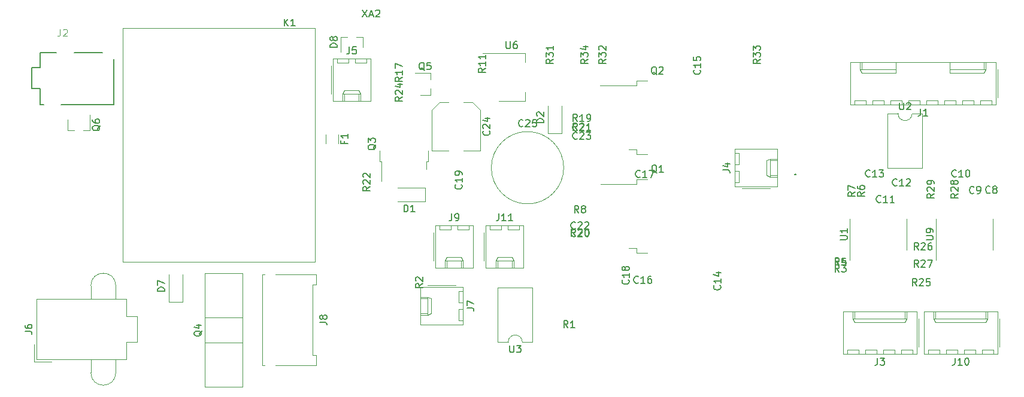
<source format=gbr>
G04 #@! TF.GenerationSoftware,KiCad,Pcbnew,(5.1.10)-1*
G04 #@! TF.CreationDate,2021-06-08T20:52:12+03:00*
G04 #@! TF.ProjectId,ScienceBoard-1,53636965-6e63-4654-926f-6172642d312e,rev?*
G04 #@! TF.SameCoordinates,Original*
G04 #@! TF.FileFunction,Legend,Top*
G04 #@! TF.FilePolarity,Positive*
%FSLAX46Y46*%
G04 Gerber Fmt 4.6, Leading zero omitted, Abs format (unit mm)*
G04 Created by KiCad (PCBNEW (5.1.10)-1) date 2021-06-08 20:52:12*
%MOMM*%
%LPD*%
G01*
G04 APERTURE LIST*
%ADD10C,0.120000*%
%ADD11C,0.127000*%
%ADD12C,0.150000*%
%ADD13C,0.015000*%
G04 APERTURE END LIST*
D10*
X117566000Y-45998000D02*
X123576000Y-45998000D01*
X119816000Y-52818000D02*
X123576000Y-52818000D01*
X123576000Y-45998000D02*
X123576000Y-47258000D01*
X123576000Y-52818000D02*
X123576000Y-51558000D01*
D11*
X54998000Y-45930000D02*
X54998000Y-48030000D01*
X57298000Y-45930000D02*
X54998000Y-45930000D01*
X63798000Y-45930000D02*
X59798000Y-45930000D01*
X65398000Y-53330000D02*
X65398000Y-46830000D01*
X57998000Y-53330000D02*
X65398000Y-53330000D01*
X54998000Y-53330000D02*
X55498000Y-53330000D01*
X54998000Y-51030000D02*
X54998000Y-53330000D01*
X53798000Y-51030000D02*
X54998000Y-51030000D01*
X53798000Y-48030000D02*
X53798000Y-51030000D01*
X54998000Y-48030000D02*
X53798000Y-48030000D01*
D10*
X58872000Y-56894000D02*
X58872000Y-55434000D01*
X62032000Y-56894000D02*
X62032000Y-54734000D01*
X62032000Y-56894000D02*
X61102000Y-56894000D01*
X58872000Y-56894000D02*
X59802000Y-56894000D01*
X94020000Y-90207000D02*
X88260000Y-90207000D01*
X94020000Y-88787000D02*
X94020000Y-90207000D01*
X93520000Y-88787000D02*
X94020000Y-88787000D01*
X93520000Y-78757000D02*
X93520000Y-88787000D01*
X94020000Y-78757000D02*
X93520000Y-78757000D01*
X94020000Y-77337000D02*
X94020000Y-78757000D01*
X88260000Y-77337000D02*
X94020000Y-77337000D01*
X86430000Y-90207000D02*
X86740000Y-90207000D01*
X86430000Y-77337000D02*
X86430000Y-90207000D01*
X86740000Y-77337000D02*
X86430000Y-77337000D01*
X54192000Y-89675000D02*
X54192000Y-87265000D01*
X56602000Y-89675000D02*
X54192000Y-89675000D01*
X68742000Y-83280000D02*
X68742000Y-85090000D01*
X67192000Y-83280000D02*
X68742000Y-83280000D01*
X67192000Y-80805000D02*
X67192000Y-83280000D01*
X54492000Y-80805000D02*
X67192000Y-80805000D01*
X54492000Y-85090000D02*
X54492000Y-80805000D01*
X68742000Y-86900000D02*
X68742000Y-85090000D01*
X67192000Y-86900000D02*
X68742000Y-86900000D01*
X67192000Y-89375000D02*
X67192000Y-86900000D01*
X54492000Y-89375000D02*
X67192000Y-89375000D01*
X54492000Y-85090000D02*
X54492000Y-89375000D01*
X65697000Y-78920000D02*
X65697000Y-80805000D01*
X62177000Y-78920000D02*
X62177000Y-80805000D01*
X65697000Y-91260000D02*
X65697000Y-89375000D01*
X62177000Y-91260000D02*
X62177000Y-89375000D01*
X65697000Y-78920000D02*
G75*
G03*
X62177000Y-78920000I-1760000J0D01*
G01*
X62177000Y-91260000D02*
G75*
G03*
X65697000Y-91260000I1760000J0D01*
G01*
X119724000Y-86928000D02*
X121174000Y-86928000D01*
X119724000Y-79188000D02*
X119724000Y-86928000D01*
X124624000Y-79188000D02*
X119724000Y-79188000D01*
X124624000Y-86928000D02*
X124624000Y-79188000D01*
X123174000Y-86928000D02*
X124624000Y-86928000D01*
X121174000Y-86928000D02*
G75*
G02*
X123174000Y-86928000I1000000J0D01*
G01*
X179742000Y-54550000D02*
X178292000Y-54550000D01*
X179742000Y-62290000D02*
X179742000Y-54550000D01*
X174842000Y-62290000D02*
X179742000Y-62290000D01*
X174842000Y-54550000D02*
X174842000Y-62290000D01*
X176292000Y-54550000D02*
X174842000Y-54550000D01*
X178292000Y-54550000D02*
G75*
G02*
X176292000Y-54550000I-1000000J0D01*
G01*
X122738000Y-70976000D02*
X122738000Y-70376000D01*
X121138000Y-70976000D02*
X122738000Y-70976000D01*
X121138000Y-70376000D02*
X121138000Y-70976000D01*
X120198000Y-70976000D02*
X120198000Y-70376000D01*
X118598000Y-70976000D02*
X120198000Y-70976000D01*
X118598000Y-70376000D02*
X118598000Y-70976000D01*
X121688000Y-76396000D02*
X121688000Y-75396000D01*
X119648000Y-76396000D02*
X119648000Y-75396000D01*
X121688000Y-74866000D02*
X121938000Y-75396000D01*
X119648000Y-74866000D02*
X121688000Y-74866000D01*
X119398000Y-75396000D02*
X119648000Y-74866000D01*
X121938000Y-75396000D02*
X121938000Y-76396000D01*
X119398000Y-75396000D02*
X121938000Y-75396000D01*
X119398000Y-76396000D02*
X119398000Y-75396000D01*
X117728000Y-71406000D02*
X117728000Y-75406000D01*
X123318000Y-70376000D02*
X118018000Y-70376000D01*
X123318000Y-76396000D02*
X123318000Y-70376000D01*
X118018000Y-76396000D02*
X123318000Y-76396000D01*
X118018000Y-70376000D02*
X118018000Y-76396000D01*
X115608000Y-70976000D02*
X115608000Y-70376000D01*
X114008000Y-70976000D02*
X115608000Y-70976000D01*
X114008000Y-70376000D02*
X114008000Y-70976000D01*
X113068000Y-70976000D02*
X113068000Y-70376000D01*
X111468000Y-70976000D02*
X113068000Y-70976000D01*
X111468000Y-70376000D02*
X111468000Y-70976000D01*
X114558000Y-76396000D02*
X114558000Y-75396000D01*
X112518000Y-76396000D02*
X112518000Y-75396000D01*
X114558000Y-74866000D02*
X114808000Y-75396000D01*
X112518000Y-74866000D02*
X114558000Y-74866000D01*
X112268000Y-75396000D02*
X112518000Y-74866000D01*
X114808000Y-75396000D02*
X114808000Y-76396000D01*
X112268000Y-75396000D02*
X114808000Y-75396000D01*
X112268000Y-76396000D02*
X112268000Y-75396000D01*
X110598000Y-71406000D02*
X110598000Y-75406000D01*
X116188000Y-70376000D02*
X110888000Y-70376000D01*
X116188000Y-76396000D02*
X116188000Y-70376000D01*
X110888000Y-76396000D02*
X116188000Y-76396000D01*
X110888000Y-70376000D02*
X110888000Y-76396000D01*
X110200000Y-51960000D02*
X108740000Y-51960000D01*
X110200000Y-48800000D02*
X108040000Y-48800000D01*
X110200000Y-48800000D02*
X110200000Y-49730000D01*
X110200000Y-51960000D02*
X110200000Y-51030000D01*
X114190000Y-83858000D02*
X114790000Y-83858000D01*
X114190000Y-82258000D02*
X114190000Y-83858000D01*
X114790000Y-82258000D02*
X114190000Y-82258000D01*
X114190000Y-81318000D02*
X114790000Y-81318000D01*
X114190000Y-79718000D02*
X114190000Y-81318000D01*
X114790000Y-79718000D02*
X114190000Y-79718000D01*
X108770000Y-82808000D02*
X109770000Y-82808000D01*
X108770000Y-80768000D02*
X109770000Y-80768000D01*
X110300000Y-82808000D02*
X109770000Y-83058000D01*
X110300000Y-80768000D02*
X110300000Y-82808000D01*
X109770000Y-80518000D02*
X110300000Y-80768000D01*
X109770000Y-83058000D02*
X108770000Y-83058000D01*
X109770000Y-80518000D02*
X109770000Y-83058000D01*
X108770000Y-80518000D02*
X109770000Y-80518000D01*
X113760000Y-78848000D02*
X109760000Y-78848000D01*
X114790000Y-84438000D02*
X114790000Y-79138000D01*
X108770000Y-84438000D02*
X114790000Y-84438000D01*
X108770000Y-79138000D02*
X108770000Y-84438000D01*
X114790000Y-79138000D02*
X108770000Y-79138000D01*
X101130000Y-47354000D02*
X101130000Y-46754000D01*
X99530000Y-47354000D02*
X101130000Y-47354000D01*
X99530000Y-46754000D02*
X99530000Y-47354000D01*
X98590000Y-47354000D02*
X98590000Y-46754000D01*
X96990000Y-47354000D02*
X98590000Y-47354000D01*
X96990000Y-46754000D02*
X96990000Y-47354000D01*
X100080000Y-52774000D02*
X100080000Y-51774000D01*
X98040000Y-52774000D02*
X98040000Y-51774000D01*
X100080000Y-51244000D02*
X100330000Y-51774000D01*
X98040000Y-51244000D02*
X100080000Y-51244000D01*
X97790000Y-51774000D02*
X98040000Y-51244000D01*
X100330000Y-51774000D02*
X100330000Y-52774000D01*
X97790000Y-51774000D02*
X100330000Y-51774000D01*
X97790000Y-52774000D02*
X97790000Y-51774000D01*
X96120000Y-47784000D02*
X96120000Y-51784000D01*
X101710000Y-46754000D02*
X96410000Y-46754000D01*
X101710000Y-52774000D02*
X101710000Y-46754000D01*
X96410000Y-52774000D02*
X101710000Y-52774000D01*
X96410000Y-46754000D02*
X96410000Y-52774000D01*
X100640000Y-43690000D02*
X99710000Y-43690000D01*
X97480000Y-43690000D02*
X98410000Y-43690000D01*
X97480000Y-43690000D02*
X97480000Y-45850000D01*
X100640000Y-43690000D02*
X100640000Y-45150000D01*
X78321000Y-83423000D02*
X83592000Y-83423000D01*
X78321000Y-87032000D02*
X83592000Y-87032000D01*
X78321000Y-77158000D02*
X83592000Y-77158000D01*
X78321000Y-93298000D02*
X83592000Y-93298000D01*
X83592000Y-93298000D02*
X83592000Y-77158000D01*
X78321000Y-93298000D02*
X78321000Y-77158000D01*
X66710000Y-75590000D02*
X66710000Y-42498000D01*
X66710000Y-42498000D02*
X93888000Y-42498000D01*
X93888000Y-42498000D02*
X93888000Y-75590000D01*
X93888000Y-75590000D02*
X66710000Y-75590000D01*
X95356000Y-57563936D02*
X95356000Y-58768064D01*
X97176000Y-57563936D02*
X97176000Y-58768064D01*
X73168000Y-81244000D02*
X73168000Y-77344000D01*
X75168000Y-81244000D02*
X75168000Y-77344000D01*
X73168000Y-81244000D02*
X75168000Y-81244000D01*
X153780000Y-60160000D02*
X153180000Y-60160000D01*
X153780000Y-61760000D02*
X153780000Y-60160000D01*
X153180000Y-61760000D02*
X153780000Y-61760000D01*
X153780000Y-62700000D02*
X153180000Y-62700000D01*
X153780000Y-64300000D02*
X153780000Y-62700000D01*
X153180000Y-64300000D02*
X153780000Y-64300000D01*
X159200000Y-61210000D02*
X158200000Y-61210000D01*
X159200000Y-63250000D02*
X158200000Y-63250000D01*
X157670000Y-61210000D02*
X158200000Y-60960000D01*
X157670000Y-63250000D02*
X157670000Y-61210000D01*
X158200000Y-63500000D02*
X157670000Y-63250000D01*
X158200000Y-60960000D02*
X159200000Y-60960000D01*
X158200000Y-63500000D02*
X158200000Y-60960000D01*
X159200000Y-63500000D02*
X158200000Y-63500000D01*
X154210000Y-65170000D02*
X158210000Y-65170000D01*
X153180000Y-59580000D02*
X153180000Y-64880000D01*
X159200000Y-59580000D02*
X153180000Y-59580000D01*
X159200000Y-64880000D02*
X159200000Y-59580000D01*
X153180000Y-64880000D02*
X159200000Y-64880000D01*
X189709000Y-71666000D02*
X189709000Y-69466000D01*
X189709000Y-71666000D02*
X189709000Y-73866000D01*
X181639000Y-71666000D02*
X181639000Y-69466000D01*
X181639000Y-71666000D02*
X181639000Y-75316000D01*
X177545000Y-71656000D02*
X177545000Y-69456000D01*
X177545000Y-71656000D02*
X177545000Y-73856000D01*
X169475000Y-71656000D02*
X169475000Y-69456000D01*
X169475000Y-71656000D02*
X169475000Y-75306000D01*
X102975000Y-59815000D02*
X102975000Y-61315000D01*
X102975000Y-61315000D02*
X103245000Y-61315000D01*
X103245000Y-61315000D02*
X103245000Y-64145000D01*
X109875000Y-59815000D02*
X109875000Y-61315000D01*
X109875000Y-61315000D02*
X109605000Y-61315000D01*
X109605000Y-61315000D02*
X109605000Y-62415000D01*
X140832000Y-49937000D02*
X139332000Y-49937000D01*
X139332000Y-49937000D02*
X139332000Y-50627000D01*
X139332000Y-50627000D02*
X134207000Y-50627000D01*
X140832000Y-60337000D02*
X139332000Y-60337000D01*
X139332000Y-60337000D02*
X139332000Y-59647000D01*
X139332000Y-59647000D02*
X138232000Y-59647000D01*
X140856000Y-63869000D02*
X139356000Y-63869000D01*
X139356000Y-63869000D02*
X139356000Y-64559000D01*
X139356000Y-64559000D02*
X134231000Y-64559000D01*
X140856000Y-74269000D02*
X139356000Y-74269000D01*
X139356000Y-74269000D02*
X139356000Y-73579000D01*
X139356000Y-73579000D02*
X138256000Y-73579000D01*
X180556000Y-88028000D02*
X180556000Y-88628000D01*
X182156000Y-88028000D02*
X180556000Y-88028000D01*
X182156000Y-88628000D02*
X182156000Y-88028000D01*
X183096000Y-88028000D02*
X183096000Y-88628000D01*
X184696000Y-88028000D02*
X183096000Y-88028000D01*
X184696000Y-88628000D02*
X184696000Y-88028000D01*
X185636000Y-88028000D02*
X185636000Y-88628000D01*
X187236000Y-88028000D02*
X185636000Y-88028000D01*
X187236000Y-88628000D02*
X187236000Y-88028000D01*
X188176000Y-88028000D02*
X188176000Y-88628000D01*
X189776000Y-88028000D02*
X188176000Y-88028000D01*
X189776000Y-88628000D02*
X189776000Y-88028000D01*
X181606000Y-82608000D02*
X181606000Y-83608000D01*
X188726000Y-82608000D02*
X188726000Y-83608000D01*
X181606000Y-84138000D02*
X181356000Y-83608000D01*
X188726000Y-84138000D02*
X181606000Y-84138000D01*
X188976000Y-83608000D02*
X188726000Y-84138000D01*
X181356000Y-83608000D02*
X181356000Y-82608000D01*
X188976000Y-83608000D02*
X181356000Y-83608000D01*
X188976000Y-82608000D02*
X188976000Y-83608000D01*
X190646000Y-87598000D02*
X190646000Y-83598000D01*
X179976000Y-88628000D02*
X190356000Y-88628000D01*
X179976000Y-82608000D02*
X179976000Y-88628000D01*
X190356000Y-82608000D02*
X179976000Y-82608000D01*
X190356000Y-88628000D02*
X190356000Y-82608000D01*
X169126000Y-88028000D02*
X169126000Y-88628000D01*
X170726000Y-88028000D02*
X169126000Y-88028000D01*
X170726000Y-88628000D02*
X170726000Y-88028000D01*
X171666000Y-88028000D02*
X171666000Y-88628000D01*
X173266000Y-88028000D02*
X171666000Y-88028000D01*
X173266000Y-88628000D02*
X173266000Y-88028000D01*
X174206000Y-88028000D02*
X174206000Y-88628000D01*
X175806000Y-88028000D02*
X174206000Y-88028000D01*
X175806000Y-88628000D02*
X175806000Y-88028000D01*
X176746000Y-88028000D02*
X176746000Y-88628000D01*
X178346000Y-88028000D02*
X176746000Y-88028000D01*
X178346000Y-88628000D02*
X178346000Y-88028000D01*
X170176000Y-82608000D02*
X170176000Y-83608000D01*
X177296000Y-82608000D02*
X177296000Y-83608000D01*
X170176000Y-84138000D02*
X169926000Y-83608000D01*
X177296000Y-84138000D02*
X170176000Y-84138000D01*
X177546000Y-83608000D02*
X177296000Y-84138000D01*
X169926000Y-83608000D02*
X169926000Y-82608000D01*
X177546000Y-83608000D02*
X169926000Y-83608000D01*
X177546000Y-82608000D02*
X177546000Y-83608000D01*
X179216000Y-87598000D02*
X179216000Y-83598000D01*
X168546000Y-88628000D02*
X178926000Y-88628000D01*
X168546000Y-82608000D02*
X168546000Y-88628000D01*
X178926000Y-82608000D02*
X168546000Y-82608000D01*
X178926000Y-88628000D02*
X178926000Y-82608000D01*
X170142000Y-52722000D02*
X170142000Y-53322000D01*
X171742000Y-52722000D02*
X170142000Y-52722000D01*
X171742000Y-53322000D02*
X171742000Y-52722000D01*
X172682000Y-52722000D02*
X172682000Y-53322000D01*
X174282000Y-52722000D02*
X172682000Y-52722000D01*
X174282000Y-53322000D02*
X174282000Y-52722000D01*
X175222000Y-52722000D02*
X175222000Y-53322000D01*
X176822000Y-52722000D02*
X175222000Y-52722000D01*
X176822000Y-53322000D02*
X176822000Y-52722000D01*
X177762000Y-52722000D02*
X177762000Y-53322000D01*
X179362000Y-52722000D02*
X177762000Y-52722000D01*
X179362000Y-53322000D02*
X179362000Y-52722000D01*
X180302000Y-52722000D02*
X180302000Y-53322000D01*
X181902000Y-52722000D02*
X180302000Y-52722000D01*
X181902000Y-53322000D02*
X181902000Y-52722000D01*
X182842000Y-52722000D02*
X182842000Y-53322000D01*
X184442000Y-52722000D02*
X182842000Y-52722000D01*
X184442000Y-53322000D02*
X184442000Y-52722000D01*
X185382000Y-52722000D02*
X185382000Y-53322000D01*
X186982000Y-52722000D02*
X185382000Y-52722000D01*
X186982000Y-53322000D02*
X186982000Y-52722000D01*
X187922000Y-52722000D02*
X187922000Y-53322000D01*
X189522000Y-52722000D02*
X187922000Y-52722000D01*
X189522000Y-53322000D02*
X189522000Y-52722000D01*
X171192000Y-47302000D02*
X171192000Y-48302000D01*
X176022000Y-48832000D02*
X176022000Y-48302000D01*
X171192000Y-48832000D02*
X176022000Y-48832000D01*
X170942000Y-48302000D02*
X171192000Y-48832000D01*
X176022000Y-48302000D02*
X176022000Y-47302000D01*
X170942000Y-48302000D02*
X176022000Y-48302000D01*
X170942000Y-47302000D02*
X170942000Y-48302000D01*
X188472000Y-47302000D02*
X188472000Y-48302000D01*
X183642000Y-48832000D02*
X183642000Y-48302000D01*
X188472000Y-48832000D02*
X183642000Y-48832000D01*
X188722000Y-48302000D02*
X188472000Y-48832000D01*
X183642000Y-48302000D02*
X183642000Y-47302000D01*
X188722000Y-48302000D02*
X183642000Y-48302000D01*
X188722000Y-47302000D02*
X188722000Y-48302000D01*
X190392000Y-52292000D02*
X190392000Y-48292000D01*
X169562000Y-53322000D02*
X190102000Y-53322000D01*
X169562000Y-47302000D02*
X169562000Y-53322000D01*
X190102000Y-47302000D02*
X169562000Y-47302000D01*
X190102000Y-53322000D02*
X190102000Y-47302000D01*
X126762000Y-57368000D02*
X126762000Y-53468000D01*
X128762000Y-57368000D02*
X128762000Y-53468000D01*
X126762000Y-57368000D02*
X128762000Y-57368000D01*
X109438000Y-67040000D02*
X105538000Y-67040000D01*
X109438000Y-65040000D02*
X105538000Y-65040000D01*
X109438000Y-67040000D02*
X109438000Y-65040000D01*
X129032000Y-62230000D02*
G75*
G03*
X129032000Y-62230000I-5120000J0D01*
G01*
X110382000Y-59798000D02*
X112732000Y-59798000D01*
X117202000Y-59798000D02*
X114852000Y-59798000D01*
X117202000Y-54042437D02*
X117202000Y-59798000D01*
X110382000Y-54042437D02*
X110382000Y-59798000D01*
X111446437Y-52978000D02*
X112732000Y-52978000D01*
X116137563Y-52978000D02*
X114852000Y-52978000D01*
X116137563Y-52978000D02*
X117202000Y-54042437D01*
X111446437Y-52978000D02*
X110382000Y-54042437D01*
D12*
X120904095Y-44360380D02*
X120904095Y-45169904D01*
X120951714Y-45265142D01*
X120999333Y-45312761D01*
X121094571Y-45360380D01*
X121285047Y-45360380D01*
X121380285Y-45312761D01*
X121427904Y-45265142D01*
X121475523Y-45169904D01*
X121475523Y-44360380D01*
X122380285Y-44360380D02*
X122189809Y-44360380D01*
X122094571Y-44408000D01*
X122046952Y-44455619D01*
X121951714Y-44598476D01*
X121904095Y-44788952D01*
X121904095Y-45169904D01*
X121951714Y-45265142D01*
X121999333Y-45312761D01*
X122094571Y-45360380D01*
X122285047Y-45360380D01*
X122380285Y-45312761D01*
X122427904Y-45265142D01*
X122475523Y-45169904D01*
X122475523Y-44931809D01*
X122427904Y-44836571D01*
X122380285Y-44788952D01*
X122285047Y-44741333D01*
X122094571Y-44741333D01*
X121999333Y-44788952D01*
X121951714Y-44836571D01*
X121904095Y-44931809D01*
X117954380Y-48140857D02*
X117478190Y-48474190D01*
X117954380Y-48712285D02*
X116954380Y-48712285D01*
X116954380Y-48331333D01*
X117002000Y-48236095D01*
X117049619Y-48188476D01*
X117144857Y-48140857D01*
X117287714Y-48140857D01*
X117382952Y-48188476D01*
X117430571Y-48236095D01*
X117478190Y-48331333D01*
X117478190Y-48712285D01*
X117954380Y-47188476D02*
X117954380Y-47759904D01*
X117954380Y-47474190D02*
X116954380Y-47474190D01*
X117097238Y-47569428D01*
X117192476Y-47664666D01*
X117240095Y-47759904D01*
X117954380Y-46236095D02*
X117954380Y-46807523D01*
X117954380Y-46521809D02*
X116954380Y-46521809D01*
X117097238Y-46617047D01*
X117192476Y-46712285D01*
X117240095Y-46807523D01*
D13*
X57836286Y-42587475D02*
X57836286Y-43302779D01*
X57788599Y-43445839D01*
X57693225Y-43541213D01*
X57550165Y-43588900D01*
X57454791Y-43588900D01*
X58265468Y-42682849D02*
X58313155Y-42635162D01*
X58408529Y-42587475D01*
X58646964Y-42587475D01*
X58742337Y-42635162D01*
X58790024Y-42682849D01*
X58837711Y-42778223D01*
X58837711Y-42873597D01*
X58790024Y-43016657D01*
X58217781Y-43588900D01*
X58837711Y-43588900D01*
D12*
X63499619Y-56229238D02*
X63452000Y-56324476D01*
X63356761Y-56419714D01*
X63213904Y-56562571D01*
X63166285Y-56657809D01*
X63166285Y-56753047D01*
X63404380Y-56705428D02*
X63356761Y-56800666D01*
X63261523Y-56895904D01*
X63071047Y-56943523D01*
X62737714Y-56943523D01*
X62547238Y-56895904D01*
X62452000Y-56800666D01*
X62404380Y-56705428D01*
X62404380Y-56514952D01*
X62452000Y-56419714D01*
X62547238Y-56324476D01*
X62737714Y-56276857D01*
X63071047Y-56276857D01*
X63261523Y-56324476D01*
X63356761Y-56419714D01*
X63404380Y-56514952D01*
X63404380Y-56705428D01*
X62404380Y-55419714D02*
X62404380Y-55610190D01*
X62452000Y-55705428D01*
X62499619Y-55753047D01*
X62642476Y-55848285D01*
X62832952Y-55895904D01*
X63213904Y-55895904D01*
X63309142Y-55848285D01*
X63356761Y-55800666D01*
X63404380Y-55705428D01*
X63404380Y-55514952D01*
X63356761Y-55419714D01*
X63309142Y-55372095D01*
X63213904Y-55324476D01*
X62975809Y-55324476D01*
X62880571Y-55372095D01*
X62832952Y-55419714D01*
X62785333Y-55514952D01*
X62785333Y-55705428D01*
X62832952Y-55800666D01*
X62880571Y-55848285D01*
X62975809Y-55895904D01*
X94562380Y-84105333D02*
X95276666Y-84105333D01*
X95419523Y-84152952D01*
X95514761Y-84248190D01*
X95562380Y-84391047D01*
X95562380Y-84486285D01*
X94990952Y-83486285D02*
X94943333Y-83581523D01*
X94895714Y-83629142D01*
X94800476Y-83676761D01*
X94752857Y-83676761D01*
X94657619Y-83629142D01*
X94610000Y-83581523D01*
X94562380Y-83486285D01*
X94562380Y-83295809D01*
X94610000Y-83200571D01*
X94657619Y-83152952D01*
X94752857Y-83105333D01*
X94800476Y-83105333D01*
X94895714Y-83152952D01*
X94943333Y-83200571D01*
X94990952Y-83295809D01*
X94990952Y-83486285D01*
X95038571Y-83581523D01*
X95086190Y-83629142D01*
X95181428Y-83676761D01*
X95371904Y-83676761D01*
X95467142Y-83629142D01*
X95514761Y-83581523D01*
X95562380Y-83486285D01*
X95562380Y-83295809D01*
X95514761Y-83200571D01*
X95467142Y-83152952D01*
X95371904Y-83105333D01*
X95181428Y-83105333D01*
X95086190Y-83152952D01*
X95038571Y-83200571D01*
X94990952Y-83295809D01*
X52854380Y-85423333D02*
X53568666Y-85423333D01*
X53711523Y-85470952D01*
X53806761Y-85566190D01*
X53854380Y-85709047D01*
X53854380Y-85804285D01*
X52854380Y-84518571D02*
X52854380Y-84709047D01*
X52902000Y-84804285D01*
X52949619Y-84851904D01*
X53092476Y-84947142D01*
X53282952Y-84994761D01*
X53663904Y-84994761D01*
X53759142Y-84947142D01*
X53806761Y-84899523D01*
X53854380Y-84804285D01*
X53854380Y-84613809D01*
X53806761Y-84518571D01*
X53759142Y-84470952D01*
X53663904Y-84423333D01*
X53425809Y-84423333D01*
X53330571Y-84470952D01*
X53282952Y-84518571D01*
X53235333Y-84613809D01*
X53235333Y-84804285D01*
X53282952Y-84899523D01*
X53330571Y-84947142D01*
X53425809Y-84994761D01*
X121412095Y-87380380D02*
X121412095Y-88189904D01*
X121459714Y-88285142D01*
X121507333Y-88332761D01*
X121602571Y-88380380D01*
X121793047Y-88380380D01*
X121888285Y-88332761D01*
X121935904Y-88285142D01*
X121983523Y-88189904D01*
X121983523Y-87380380D01*
X122364476Y-87380380D02*
X122983523Y-87380380D01*
X122650190Y-87761333D01*
X122793047Y-87761333D01*
X122888285Y-87808952D01*
X122935904Y-87856571D01*
X122983523Y-87951809D01*
X122983523Y-88189904D01*
X122935904Y-88285142D01*
X122888285Y-88332761D01*
X122793047Y-88380380D01*
X122507333Y-88380380D01*
X122412095Y-88332761D01*
X122364476Y-88285142D01*
X176530095Y-53002380D02*
X176530095Y-53811904D01*
X176577714Y-53907142D01*
X176625333Y-53954761D01*
X176720571Y-54002380D01*
X176911047Y-54002380D01*
X177006285Y-53954761D01*
X177053904Y-53907142D01*
X177101523Y-53811904D01*
X177101523Y-53002380D01*
X177530095Y-53097619D02*
X177577714Y-53050000D01*
X177672952Y-53002380D01*
X177911047Y-53002380D01*
X178006285Y-53050000D01*
X178053904Y-53097619D01*
X178101523Y-53192857D01*
X178101523Y-53288095D01*
X178053904Y-53430952D01*
X177482476Y-54002380D01*
X178101523Y-54002380D01*
X100586904Y-39876380D02*
X101253571Y-40876380D01*
X101253571Y-39876380D02*
X100586904Y-40876380D01*
X101586904Y-40590666D02*
X102063095Y-40590666D01*
X101491666Y-40876380D02*
X101825000Y-39876380D01*
X102158333Y-40876380D01*
X102444047Y-39971619D02*
X102491666Y-39924000D01*
X102586904Y-39876380D01*
X102825000Y-39876380D01*
X102920238Y-39924000D01*
X102967857Y-39971619D01*
X103015476Y-40066857D01*
X103015476Y-40162095D01*
X102967857Y-40304952D01*
X102396428Y-40876380D01*
X103015476Y-40876380D01*
X161769000Y-63133142D02*
X161816619Y-63180761D01*
X161769000Y-63228380D01*
X161721380Y-63180761D01*
X161769000Y-63133142D01*
X161769000Y-63228380D01*
X119858476Y-68738380D02*
X119858476Y-69452666D01*
X119810857Y-69595523D01*
X119715619Y-69690761D01*
X119572761Y-69738380D01*
X119477523Y-69738380D01*
X120858476Y-69738380D02*
X120287047Y-69738380D01*
X120572761Y-69738380D02*
X120572761Y-68738380D01*
X120477523Y-68881238D01*
X120382285Y-68976476D01*
X120287047Y-69024095D01*
X121810857Y-69738380D02*
X121239428Y-69738380D01*
X121525142Y-69738380D02*
X121525142Y-68738380D01*
X121429904Y-68881238D01*
X121334666Y-68976476D01*
X121239428Y-69024095D01*
X113204666Y-68738380D02*
X113204666Y-69452666D01*
X113157047Y-69595523D01*
X113061809Y-69690761D01*
X112918952Y-69738380D01*
X112823714Y-69738380D01*
X113728476Y-69738380D02*
X113918952Y-69738380D01*
X114014190Y-69690761D01*
X114061809Y-69643142D01*
X114157047Y-69500285D01*
X114204666Y-69309809D01*
X114204666Y-68928857D01*
X114157047Y-68833619D01*
X114109428Y-68786000D01*
X114014190Y-68738380D01*
X113823714Y-68738380D01*
X113728476Y-68786000D01*
X113680857Y-68833619D01*
X113633238Y-68928857D01*
X113633238Y-69166952D01*
X113680857Y-69262190D01*
X113728476Y-69309809D01*
X113823714Y-69357428D01*
X114014190Y-69357428D01*
X114109428Y-69309809D01*
X114157047Y-69262190D01*
X114204666Y-69166952D01*
X106216380Y-52204857D02*
X105740190Y-52538190D01*
X106216380Y-52776285D02*
X105216380Y-52776285D01*
X105216380Y-52395333D01*
X105264000Y-52300095D01*
X105311619Y-52252476D01*
X105406857Y-52204857D01*
X105549714Y-52204857D01*
X105644952Y-52252476D01*
X105692571Y-52300095D01*
X105740190Y-52395333D01*
X105740190Y-52776285D01*
X105311619Y-51823904D02*
X105264000Y-51776285D01*
X105216380Y-51681047D01*
X105216380Y-51442952D01*
X105264000Y-51347714D01*
X105311619Y-51300095D01*
X105406857Y-51252476D01*
X105502095Y-51252476D01*
X105644952Y-51300095D01*
X106216380Y-51871523D01*
X106216380Y-51252476D01*
X105549714Y-50395333D02*
X106216380Y-50395333D01*
X105168761Y-50633428D02*
X105883047Y-50871523D01*
X105883047Y-50252476D01*
X106216380Y-49410857D02*
X105740190Y-49744190D01*
X106216380Y-49982285D02*
X105216380Y-49982285D01*
X105216380Y-49601333D01*
X105264000Y-49506095D01*
X105311619Y-49458476D01*
X105406857Y-49410857D01*
X105549714Y-49410857D01*
X105644952Y-49458476D01*
X105692571Y-49506095D01*
X105740190Y-49601333D01*
X105740190Y-49982285D01*
X106216380Y-48458476D02*
X106216380Y-49029904D01*
X106216380Y-48744190D02*
X105216380Y-48744190D01*
X105359238Y-48839428D01*
X105454476Y-48934666D01*
X105502095Y-49029904D01*
X105216380Y-48125142D02*
X105216380Y-47458476D01*
X106216380Y-47887047D01*
X109344761Y-48427619D02*
X109249523Y-48380000D01*
X109154285Y-48284761D01*
X109011428Y-48141904D01*
X108916190Y-48094285D01*
X108820952Y-48094285D01*
X108868571Y-48332380D02*
X108773333Y-48284761D01*
X108678095Y-48189523D01*
X108630476Y-47999047D01*
X108630476Y-47665714D01*
X108678095Y-47475238D01*
X108773333Y-47380000D01*
X108868571Y-47332380D01*
X109059047Y-47332380D01*
X109154285Y-47380000D01*
X109249523Y-47475238D01*
X109297142Y-47665714D01*
X109297142Y-47999047D01*
X109249523Y-48189523D01*
X109154285Y-48284761D01*
X109059047Y-48332380D01*
X108868571Y-48332380D01*
X110201904Y-47332380D02*
X109725714Y-47332380D01*
X109678095Y-47808571D01*
X109725714Y-47760952D01*
X109820952Y-47713333D01*
X110059047Y-47713333D01*
X110154285Y-47760952D01*
X110201904Y-47808571D01*
X110249523Y-47903809D01*
X110249523Y-48141904D01*
X110201904Y-48237142D01*
X110154285Y-48284761D01*
X110059047Y-48332380D01*
X109820952Y-48332380D01*
X109725714Y-48284761D01*
X109678095Y-48237142D01*
X109064380Y-78652666D02*
X108588190Y-78986000D01*
X109064380Y-79224095D02*
X108064380Y-79224095D01*
X108064380Y-78843142D01*
X108112000Y-78747904D01*
X108159619Y-78700285D01*
X108254857Y-78652666D01*
X108397714Y-78652666D01*
X108492952Y-78700285D01*
X108540571Y-78747904D01*
X108588190Y-78843142D01*
X108588190Y-79224095D01*
X108159619Y-78271714D02*
X108112000Y-78224095D01*
X108064380Y-78128857D01*
X108064380Y-77890761D01*
X108112000Y-77795523D01*
X108159619Y-77747904D01*
X108254857Y-77700285D01*
X108350095Y-77700285D01*
X108492952Y-77747904D01*
X109064380Y-78319333D01*
X109064380Y-77700285D01*
X129627333Y-84880380D02*
X129294000Y-84404190D01*
X129055904Y-84880380D02*
X129055904Y-83880380D01*
X129436857Y-83880380D01*
X129532095Y-83928000D01*
X129579714Y-83975619D01*
X129627333Y-84070857D01*
X129627333Y-84213714D01*
X129579714Y-84308952D01*
X129532095Y-84356571D01*
X129436857Y-84404190D01*
X129055904Y-84404190D01*
X130579714Y-84880380D02*
X130008285Y-84880380D01*
X130294000Y-84880380D02*
X130294000Y-83880380D01*
X130198761Y-84023238D01*
X130103523Y-84118476D01*
X130008285Y-84166095D01*
X115332380Y-82121333D02*
X116046666Y-82121333D01*
X116189523Y-82168952D01*
X116284761Y-82264190D01*
X116332380Y-82407047D01*
X116332380Y-82502285D01*
X115332380Y-81740380D02*
X115332380Y-81073714D01*
X116332380Y-81502285D01*
X98726666Y-45116380D02*
X98726666Y-45830666D01*
X98679047Y-45973523D01*
X98583809Y-46068761D01*
X98440952Y-46116380D01*
X98345714Y-46116380D01*
X99679047Y-45116380D02*
X99202857Y-45116380D01*
X99155238Y-45592571D01*
X99202857Y-45544952D01*
X99298095Y-45497333D01*
X99536190Y-45497333D01*
X99631428Y-45544952D01*
X99679047Y-45592571D01*
X99726666Y-45687809D01*
X99726666Y-45925904D01*
X99679047Y-46021142D01*
X99631428Y-46068761D01*
X99536190Y-46116380D01*
X99298095Y-46116380D01*
X99202857Y-46068761D01*
X99155238Y-46021142D01*
X97012380Y-45188095D02*
X96012380Y-45188095D01*
X96012380Y-44950000D01*
X96060000Y-44807142D01*
X96155238Y-44711904D01*
X96250476Y-44664285D01*
X96440952Y-44616666D01*
X96583809Y-44616666D01*
X96774285Y-44664285D01*
X96869523Y-44711904D01*
X96964761Y-44807142D01*
X97012380Y-44950000D01*
X97012380Y-45188095D01*
X96440952Y-44045238D02*
X96393333Y-44140476D01*
X96345714Y-44188095D01*
X96250476Y-44235714D01*
X96202857Y-44235714D01*
X96107619Y-44188095D01*
X96060000Y-44140476D01*
X96012380Y-44045238D01*
X96012380Y-43854761D01*
X96060000Y-43759523D01*
X96107619Y-43711904D01*
X96202857Y-43664285D01*
X96250476Y-43664285D01*
X96345714Y-43711904D01*
X96393333Y-43759523D01*
X96440952Y-43854761D01*
X96440952Y-44045238D01*
X96488571Y-44140476D01*
X96536190Y-44188095D01*
X96631428Y-44235714D01*
X96821904Y-44235714D01*
X96917142Y-44188095D01*
X96964761Y-44140476D01*
X97012380Y-44045238D01*
X97012380Y-43854761D01*
X96964761Y-43759523D01*
X96917142Y-43711904D01*
X96821904Y-43664285D01*
X96631428Y-43664285D01*
X96536190Y-43711904D01*
X96488571Y-43759523D01*
X96440952Y-43854761D01*
X77869619Y-85323238D02*
X77822000Y-85418476D01*
X77726761Y-85513714D01*
X77583904Y-85656571D01*
X77536285Y-85751809D01*
X77536285Y-85847047D01*
X77774380Y-85799428D02*
X77726761Y-85894666D01*
X77631523Y-85989904D01*
X77441047Y-86037523D01*
X77107714Y-86037523D01*
X76917238Y-85989904D01*
X76822000Y-85894666D01*
X76774380Y-85799428D01*
X76774380Y-85608952D01*
X76822000Y-85513714D01*
X76917238Y-85418476D01*
X77107714Y-85370857D01*
X77441047Y-85370857D01*
X77631523Y-85418476D01*
X77726761Y-85513714D01*
X77774380Y-85608952D01*
X77774380Y-85799428D01*
X77107714Y-84513714D02*
X77774380Y-84513714D01*
X76726761Y-84751809D02*
X77441047Y-84989904D01*
X77441047Y-84370857D01*
X89507904Y-42150380D02*
X89507904Y-41150380D01*
X90079333Y-42150380D02*
X89650761Y-41578952D01*
X90079333Y-41150380D02*
X89507904Y-41721809D01*
X91031714Y-42150380D02*
X90460285Y-42150380D01*
X90746000Y-42150380D02*
X90746000Y-41150380D01*
X90650761Y-41293238D01*
X90555523Y-41388476D01*
X90460285Y-41436095D01*
X98014571Y-58499333D02*
X98014571Y-58832666D01*
X98538380Y-58832666D02*
X97538380Y-58832666D01*
X97538380Y-58356476D01*
X98538380Y-57451714D02*
X98538380Y-58023142D01*
X98538380Y-57737428D02*
X97538380Y-57737428D01*
X97681238Y-57832666D01*
X97776476Y-57927904D01*
X97824095Y-58023142D01*
X72620380Y-79732095D02*
X71620380Y-79732095D01*
X71620380Y-79494000D01*
X71668000Y-79351142D01*
X71763238Y-79255904D01*
X71858476Y-79208285D01*
X72048952Y-79160666D01*
X72191809Y-79160666D01*
X72382285Y-79208285D01*
X72477523Y-79255904D01*
X72572761Y-79351142D01*
X72620380Y-79494000D01*
X72620380Y-79732095D01*
X71620380Y-78827333D02*
X71620380Y-78160666D01*
X72620380Y-78589238D01*
X151542380Y-62563333D02*
X152256666Y-62563333D01*
X152399523Y-62610952D01*
X152494761Y-62706190D01*
X152542380Y-62849047D01*
X152542380Y-62944285D01*
X151875714Y-61658571D02*
X152542380Y-61658571D01*
X151494761Y-61896666D02*
X152209047Y-62134761D01*
X152209047Y-61515714D01*
X180276380Y-72427904D02*
X181085904Y-72427904D01*
X181181142Y-72380285D01*
X181228761Y-72332666D01*
X181276380Y-72237428D01*
X181276380Y-72046952D01*
X181228761Y-71951714D01*
X181181142Y-71904095D01*
X181085904Y-71856476D01*
X180276380Y-71856476D01*
X181276380Y-71332666D02*
X181276380Y-71142190D01*
X181228761Y-71046952D01*
X181181142Y-70999333D01*
X181038285Y-70904095D01*
X180847809Y-70856476D01*
X180466857Y-70856476D01*
X180371619Y-70904095D01*
X180324000Y-70951714D01*
X180276380Y-71046952D01*
X180276380Y-71237428D01*
X180324000Y-71332666D01*
X180371619Y-71380285D01*
X180466857Y-71427904D01*
X180704952Y-71427904D01*
X180800190Y-71380285D01*
X180847809Y-71332666D01*
X180895428Y-71237428D01*
X180895428Y-71046952D01*
X180847809Y-70951714D01*
X180800190Y-70904095D01*
X180704952Y-70856476D01*
X168112380Y-72417904D02*
X168921904Y-72417904D01*
X169017142Y-72370285D01*
X169064761Y-72322666D01*
X169112380Y-72227428D01*
X169112380Y-72036952D01*
X169064761Y-71941714D01*
X169017142Y-71894095D01*
X168921904Y-71846476D01*
X168112380Y-71846476D01*
X169112380Y-70846476D02*
X169112380Y-71417904D01*
X169112380Y-71132190D02*
X168112380Y-71132190D01*
X168255238Y-71227428D01*
X168350476Y-71322666D01*
X168398095Y-71417904D01*
X132432380Y-46870857D02*
X131956190Y-47204190D01*
X132432380Y-47442285D02*
X131432380Y-47442285D01*
X131432380Y-47061333D01*
X131480000Y-46966095D01*
X131527619Y-46918476D01*
X131622857Y-46870857D01*
X131765714Y-46870857D01*
X131860952Y-46918476D01*
X131908571Y-46966095D01*
X131956190Y-47061333D01*
X131956190Y-47442285D01*
X131432380Y-46537523D02*
X131432380Y-45918476D01*
X131813333Y-46251809D01*
X131813333Y-46108952D01*
X131860952Y-46013714D01*
X131908571Y-45966095D01*
X132003809Y-45918476D01*
X132241904Y-45918476D01*
X132337142Y-45966095D01*
X132384761Y-46013714D01*
X132432380Y-46108952D01*
X132432380Y-46394666D01*
X132384761Y-46489904D01*
X132337142Y-46537523D01*
X131765714Y-45061333D02*
X132432380Y-45061333D01*
X131384761Y-45299428D02*
X132099047Y-45537523D01*
X132099047Y-44918476D01*
X156816380Y-46870857D02*
X156340190Y-47204190D01*
X156816380Y-47442285D02*
X155816380Y-47442285D01*
X155816380Y-47061333D01*
X155864000Y-46966095D01*
X155911619Y-46918476D01*
X156006857Y-46870857D01*
X156149714Y-46870857D01*
X156244952Y-46918476D01*
X156292571Y-46966095D01*
X156340190Y-47061333D01*
X156340190Y-47442285D01*
X155816380Y-46537523D02*
X155816380Y-45918476D01*
X156197333Y-46251809D01*
X156197333Y-46108952D01*
X156244952Y-46013714D01*
X156292571Y-45966095D01*
X156387809Y-45918476D01*
X156625904Y-45918476D01*
X156721142Y-45966095D01*
X156768761Y-46013714D01*
X156816380Y-46108952D01*
X156816380Y-46394666D01*
X156768761Y-46489904D01*
X156721142Y-46537523D01*
X155816380Y-45585142D02*
X155816380Y-44966095D01*
X156197333Y-45299428D01*
X156197333Y-45156571D01*
X156244952Y-45061333D01*
X156292571Y-45013714D01*
X156387809Y-44966095D01*
X156625904Y-44966095D01*
X156721142Y-45013714D01*
X156768761Y-45061333D01*
X156816380Y-45156571D01*
X156816380Y-45442285D01*
X156768761Y-45537523D01*
X156721142Y-45585142D01*
X134972380Y-46870857D02*
X134496190Y-47204190D01*
X134972380Y-47442285D02*
X133972380Y-47442285D01*
X133972380Y-47061333D01*
X134020000Y-46966095D01*
X134067619Y-46918476D01*
X134162857Y-46870857D01*
X134305714Y-46870857D01*
X134400952Y-46918476D01*
X134448571Y-46966095D01*
X134496190Y-47061333D01*
X134496190Y-47442285D01*
X133972380Y-46537523D02*
X133972380Y-45918476D01*
X134353333Y-46251809D01*
X134353333Y-46108952D01*
X134400952Y-46013714D01*
X134448571Y-45966095D01*
X134543809Y-45918476D01*
X134781904Y-45918476D01*
X134877142Y-45966095D01*
X134924761Y-46013714D01*
X134972380Y-46108952D01*
X134972380Y-46394666D01*
X134924761Y-46489904D01*
X134877142Y-46537523D01*
X134067619Y-45537523D02*
X134020000Y-45489904D01*
X133972380Y-45394666D01*
X133972380Y-45156571D01*
X134020000Y-45061333D01*
X134067619Y-45013714D01*
X134162857Y-44966095D01*
X134258095Y-44966095D01*
X134400952Y-45013714D01*
X134972380Y-45585142D01*
X134972380Y-44966095D01*
X127552380Y-46870857D02*
X127076190Y-47204190D01*
X127552380Y-47442285D02*
X126552380Y-47442285D01*
X126552380Y-47061333D01*
X126600000Y-46966095D01*
X126647619Y-46918476D01*
X126742857Y-46870857D01*
X126885714Y-46870857D01*
X126980952Y-46918476D01*
X127028571Y-46966095D01*
X127076190Y-47061333D01*
X127076190Y-47442285D01*
X126552380Y-46537523D02*
X126552380Y-45918476D01*
X126933333Y-46251809D01*
X126933333Y-46108952D01*
X126980952Y-46013714D01*
X127028571Y-45966095D01*
X127123809Y-45918476D01*
X127361904Y-45918476D01*
X127457142Y-45966095D01*
X127504761Y-46013714D01*
X127552380Y-46108952D01*
X127552380Y-46394666D01*
X127504761Y-46489904D01*
X127457142Y-46537523D01*
X127552380Y-44966095D02*
X127552380Y-45537523D01*
X127552380Y-45251809D02*
X126552380Y-45251809D01*
X126695238Y-45347047D01*
X126790476Y-45442285D01*
X126838095Y-45537523D01*
X181400380Y-65920857D02*
X180924190Y-66254190D01*
X181400380Y-66492285D02*
X180400380Y-66492285D01*
X180400380Y-66111333D01*
X180448000Y-66016095D01*
X180495619Y-65968476D01*
X180590857Y-65920857D01*
X180733714Y-65920857D01*
X180828952Y-65968476D01*
X180876571Y-66016095D01*
X180924190Y-66111333D01*
X180924190Y-66492285D01*
X180495619Y-65539904D02*
X180448000Y-65492285D01*
X180400380Y-65397047D01*
X180400380Y-65158952D01*
X180448000Y-65063714D01*
X180495619Y-65016095D01*
X180590857Y-64968476D01*
X180686095Y-64968476D01*
X180828952Y-65016095D01*
X181400380Y-65587523D01*
X181400380Y-64968476D01*
X181400380Y-64492285D02*
X181400380Y-64301809D01*
X181352761Y-64206571D01*
X181305142Y-64158952D01*
X181162285Y-64063714D01*
X180971809Y-64016095D01*
X180590857Y-64016095D01*
X180495619Y-64063714D01*
X180448000Y-64111333D01*
X180400380Y-64206571D01*
X180400380Y-64397047D01*
X180448000Y-64492285D01*
X180495619Y-64539904D01*
X180590857Y-64587523D01*
X180828952Y-64587523D01*
X180924190Y-64539904D01*
X180971809Y-64492285D01*
X181019428Y-64397047D01*
X181019428Y-64206571D01*
X180971809Y-64111333D01*
X180924190Y-64063714D01*
X180828952Y-64016095D01*
X184756380Y-65920857D02*
X184280190Y-66254190D01*
X184756380Y-66492285D02*
X183756380Y-66492285D01*
X183756380Y-66111333D01*
X183804000Y-66016095D01*
X183851619Y-65968476D01*
X183946857Y-65920857D01*
X184089714Y-65920857D01*
X184184952Y-65968476D01*
X184232571Y-66016095D01*
X184280190Y-66111333D01*
X184280190Y-66492285D01*
X183851619Y-65539904D02*
X183804000Y-65492285D01*
X183756380Y-65397047D01*
X183756380Y-65158952D01*
X183804000Y-65063714D01*
X183851619Y-65016095D01*
X183946857Y-64968476D01*
X184042095Y-64968476D01*
X184184952Y-65016095D01*
X184756380Y-65587523D01*
X184756380Y-64968476D01*
X184184952Y-64397047D02*
X184137333Y-64492285D01*
X184089714Y-64539904D01*
X183994476Y-64587523D01*
X183946857Y-64587523D01*
X183851619Y-64539904D01*
X183804000Y-64492285D01*
X183756380Y-64397047D01*
X183756380Y-64206571D01*
X183804000Y-64111333D01*
X183851619Y-64063714D01*
X183946857Y-64016095D01*
X183994476Y-64016095D01*
X184089714Y-64063714D01*
X184137333Y-64111333D01*
X184184952Y-64206571D01*
X184184952Y-64397047D01*
X184232571Y-64492285D01*
X184280190Y-64539904D01*
X184375428Y-64587523D01*
X184565904Y-64587523D01*
X184661142Y-64539904D01*
X184708761Y-64492285D01*
X184756380Y-64397047D01*
X184756380Y-64206571D01*
X184708761Y-64111333D01*
X184661142Y-64063714D01*
X184565904Y-64016095D01*
X184375428Y-64016095D01*
X184280190Y-64063714D01*
X184232571Y-64111333D01*
X184184952Y-64206571D01*
X179189142Y-76298380D02*
X178855809Y-75822190D01*
X178617714Y-76298380D02*
X178617714Y-75298380D01*
X178998666Y-75298380D01*
X179093904Y-75346000D01*
X179141523Y-75393619D01*
X179189142Y-75488857D01*
X179189142Y-75631714D01*
X179141523Y-75726952D01*
X179093904Y-75774571D01*
X178998666Y-75822190D01*
X178617714Y-75822190D01*
X179570095Y-75393619D02*
X179617714Y-75346000D01*
X179712952Y-75298380D01*
X179951047Y-75298380D01*
X180046285Y-75346000D01*
X180093904Y-75393619D01*
X180141523Y-75488857D01*
X180141523Y-75584095D01*
X180093904Y-75726952D01*
X179522476Y-76298380D01*
X180141523Y-76298380D01*
X180474857Y-75298380D02*
X181141523Y-75298380D01*
X180712952Y-76298380D01*
X179189142Y-73858380D02*
X178855809Y-73382190D01*
X178617714Y-73858380D02*
X178617714Y-72858380D01*
X178998666Y-72858380D01*
X179093904Y-72906000D01*
X179141523Y-72953619D01*
X179189142Y-73048857D01*
X179189142Y-73191714D01*
X179141523Y-73286952D01*
X179093904Y-73334571D01*
X178998666Y-73382190D01*
X178617714Y-73382190D01*
X179570095Y-72953619D02*
X179617714Y-72906000D01*
X179712952Y-72858380D01*
X179951047Y-72858380D01*
X180046285Y-72906000D01*
X180093904Y-72953619D01*
X180141523Y-73048857D01*
X180141523Y-73144095D01*
X180093904Y-73286952D01*
X179522476Y-73858380D01*
X180141523Y-73858380D01*
X180998666Y-72858380D02*
X180808190Y-72858380D01*
X180712952Y-72906000D01*
X180665333Y-72953619D01*
X180570095Y-73096476D01*
X180522476Y-73286952D01*
X180522476Y-73667904D01*
X180570095Y-73763142D01*
X180617714Y-73810761D01*
X180712952Y-73858380D01*
X180903428Y-73858380D01*
X180998666Y-73810761D01*
X181046285Y-73763142D01*
X181093904Y-73667904D01*
X181093904Y-73429809D01*
X181046285Y-73334571D01*
X180998666Y-73286952D01*
X180903428Y-73239333D01*
X180712952Y-73239333D01*
X180617714Y-73286952D01*
X180570095Y-73334571D01*
X180522476Y-73429809D01*
X178935142Y-78938380D02*
X178601809Y-78462190D01*
X178363714Y-78938380D02*
X178363714Y-77938380D01*
X178744666Y-77938380D01*
X178839904Y-77986000D01*
X178887523Y-78033619D01*
X178935142Y-78128857D01*
X178935142Y-78271714D01*
X178887523Y-78366952D01*
X178839904Y-78414571D01*
X178744666Y-78462190D01*
X178363714Y-78462190D01*
X179316095Y-78033619D02*
X179363714Y-77986000D01*
X179458952Y-77938380D01*
X179697047Y-77938380D01*
X179792285Y-77986000D01*
X179839904Y-78033619D01*
X179887523Y-78128857D01*
X179887523Y-78224095D01*
X179839904Y-78366952D01*
X179268476Y-78938380D01*
X179887523Y-78938380D01*
X180792285Y-77938380D02*
X180316095Y-77938380D01*
X180268476Y-78414571D01*
X180316095Y-78366952D01*
X180411333Y-78319333D01*
X180649428Y-78319333D01*
X180744666Y-78366952D01*
X180792285Y-78414571D01*
X180839904Y-78509809D01*
X180839904Y-78747904D01*
X180792285Y-78843142D01*
X180744666Y-78890761D01*
X180649428Y-78938380D01*
X180411333Y-78938380D01*
X180316095Y-78890761D01*
X180268476Y-78843142D01*
X101644380Y-64904857D02*
X101168190Y-65238190D01*
X101644380Y-65476285D02*
X100644380Y-65476285D01*
X100644380Y-65095333D01*
X100692000Y-65000095D01*
X100739619Y-64952476D01*
X100834857Y-64904857D01*
X100977714Y-64904857D01*
X101072952Y-64952476D01*
X101120571Y-65000095D01*
X101168190Y-65095333D01*
X101168190Y-65476285D01*
X100739619Y-64523904D02*
X100692000Y-64476285D01*
X100644380Y-64381047D01*
X100644380Y-64142952D01*
X100692000Y-64047714D01*
X100739619Y-64000095D01*
X100834857Y-63952476D01*
X100930095Y-63952476D01*
X101072952Y-64000095D01*
X101644380Y-64571523D01*
X101644380Y-63952476D01*
X100739619Y-63571523D02*
X100692000Y-63523904D01*
X100644380Y-63428666D01*
X100644380Y-63190571D01*
X100692000Y-63095333D01*
X100739619Y-63047714D01*
X100834857Y-63000095D01*
X100930095Y-63000095D01*
X101072952Y-63047714D01*
X101644380Y-63619142D01*
X101644380Y-63000095D01*
X130929142Y-56940380D02*
X130595809Y-56464190D01*
X130357714Y-56940380D02*
X130357714Y-55940380D01*
X130738666Y-55940380D01*
X130833904Y-55988000D01*
X130881523Y-56035619D01*
X130929142Y-56130857D01*
X130929142Y-56273714D01*
X130881523Y-56368952D01*
X130833904Y-56416571D01*
X130738666Y-56464190D01*
X130357714Y-56464190D01*
X131310095Y-56035619D02*
X131357714Y-55988000D01*
X131452952Y-55940380D01*
X131691047Y-55940380D01*
X131786285Y-55988000D01*
X131833904Y-56035619D01*
X131881523Y-56130857D01*
X131881523Y-56226095D01*
X131833904Y-56368952D01*
X131262476Y-56940380D01*
X131881523Y-56940380D01*
X132833904Y-56940380D02*
X132262476Y-56940380D01*
X132548190Y-56940380D02*
X132548190Y-55940380D01*
X132452952Y-56083238D01*
X132357714Y-56178476D01*
X132262476Y-56226095D01*
X130675142Y-71926380D02*
X130341809Y-71450190D01*
X130103714Y-71926380D02*
X130103714Y-70926380D01*
X130484666Y-70926380D01*
X130579904Y-70974000D01*
X130627523Y-71021619D01*
X130675142Y-71116857D01*
X130675142Y-71259714D01*
X130627523Y-71354952D01*
X130579904Y-71402571D01*
X130484666Y-71450190D01*
X130103714Y-71450190D01*
X131056095Y-71021619D02*
X131103714Y-70974000D01*
X131198952Y-70926380D01*
X131437047Y-70926380D01*
X131532285Y-70974000D01*
X131579904Y-71021619D01*
X131627523Y-71116857D01*
X131627523Y-71212095D01*
X131579904Y-71354952D01*
X131008476Y-71926380D01*
X131627523Y-71926380D01*
X132246571Y-70926380D02*
X132341809Y-70926380D01*
X132437047Y-70974000D01*
X132484666Y-71021619D01*
X132532285Y-71116857D01*
X132579904Y-71307333D01*
X132579904Y-71545428D01*
X132532285Y-71735904D01*
X132484666Y-71831142D01*
X132437047Y-71878761D01*
X132341809Y-71926380D01*
X132246571Y-71926380D01*
X132151333Y-71878761D01*
X132103714Y-71831142D01*
X132056095Y-71735904D01*
X132008476Y-71545428D01*
X132008476Y-71307333D01*
X132056095Y-71116857D01*
X132103714Y-71021619D01*
X132151333Y-70974000D01*
X132246571Y-70926380D01*
X130929142Y-55670380D02*
X130595809Y-55194190D01*
X130357714Y-55670380D02*
X130357714Y-54670380D01*
X130738666Y-54670380D01*
X130833904Y-54718000D01*
X130881523Y-54765619D01*
X130929142Y-54860857D01*
X130929142Y-55003714D01*
X130881523Y-55098952D01*
X130833904Y-55146571D01*
X130738666Y-55194190D01*
X130357714Y-55194190D01*
X131881523Y-55670380D02*
X131310095Y-55670380D01*
X131595809Y-55670380D02*
X131595809Y-54670380D01*
X131500571Y-54813238D01*
X131405333Y-54908476D01*
X131310095Y-54956095D01*
X132357714Y-55670380D02*
X132548190Y-55670380D01*
X132643428Y-55622761D01*
X132691047Y-55575142D01*
X132786285Y-55432285D01*
X132833904Y-55241809D01*
X132833904Y-54860857D01*
X132786285Y-54765619D01*
X132738666Y-54718000D01*
X132643428Y-54670380D01*
X132452952Y-54670380D01*
X132357714Y-54718000D01*
X132310095Y-54765619D01*
X132262476Y-54860857D01*
X132262476Y-55098952D01*
X132310095Y-55194190D01*
X132357714Y-55241809D01*
X132452952Y-55289428D01*
X132643428Y-55289428D01*
X132738666Y-55241809D01*
X132786285Y-55194190D01*
X132833904Y-55098952D01*
X131151333Y-68624380D02*
X130818000Y-68148190D01*
X130579904Y-68624380D02*
X130579904Y-67624380D01*
X130960857Y-67624380D01*
X131056095Y-67672000D01*
X131103714Y-67719619D01*
X131151333Y-67814857D01*
X131151333Y-67957714D01*
X131103714Y-68052952D01*
X131056095Y-68100571D01*
X130960857Y-68148190D01*
X130579904Y-68148190D01*
X131722761Y-68052952D02*
X131627523Y-68005333D01*
X131579904Y-67957714D01*
X131532285Y-67862476D01*
X131532285Y-67814857D01*
X131579904Y-67719619D01*
X131627523Y-67672000D01*
X131722761Y-67624380D01*
X131913238Y-67624380D01*
X132008476Y-67672000D01*
X132056095Y-67719619D01*
X132103714Y-67814857D01*
X132103714Y-67862476D01*
X132056095Y-67957714D01*
X132008476Y-68005333D01*
X131913238Y-68052952D01*
X131722761Y-68052952D01*
X131627523Y-68100571D01*
X131579904Y-68148190D01*
X131532285Y-68243428D01*
X131532285Y-68433904D01*
X131579904Y-68529142D01*
X131627523Y-68576761D01*
X131722761Y-68624380D01*
X131913238Y-68624380D01*
X132008476Y-68576761D01*
X132056095Y-68529142D01*
X132103714Y-68433904D01*
X132103714Y-68243428D01*
X132056095Y-68148190D01*
X132008476Y-68100571D01*
X131913238Y-68052952D01*
X170224380Y-65698666D02*
X169748190Y-66032000D01*
X170224380Y-66270095D02*
X169224380Y-66270095D01*
X169224380Y-65889142D01*
X169272000Y-65793904D01*
X169319619Y-65746285D01*
X169414857Y-65698666D01*
X169557714Y-65698666D01*
X169652952Y-65746285D01*
X169700571Y-65793904D01*
X169748190Y-65889142D01*
X169748190Y-66270095D01*
X169224380Y-65365333D02*
X169224380Y-64698666D01*
X170224380Y-65127238D01*
X171548380Y-65698666D02*
X171072190Y-66032000D01*
X171548380Y-66270095D02*
X170548380Y-66270095D01*
X170548380Y-65889142D01*
X170596000Y-65793904D01*
X170643619Y-65746285D01*
X170738857Y-65698666D01*
X170881714Y-65698666D01*
X170976952Y-65746285D01*
X171024571Y-65793904D01*
X171072190Y-65889142D01*
X171072190Y-66270095D01*
X170548380Y-64841523D02*
X170548380Y-65032000D01*
X170596000Y-65127238D01*
X170643619Y-65174857D01*
X170786476Y-65270095D01*
X170976952Y-65317714D01*
X171357904Y-65317714D01*
X171453142Y-65270095D01*
X171500761Y-65222476D01*
X171548380Y-65127238D01*
X171548380Y-64936761D01*
X171500761Y-64841523D01*
X171453142Y-64793904D01*
X171357904Y-64746285D01*
X171119809Y-64746285D01*
X171024571Y-64793904D01*
X170976952Y-64841523D01*
X170929333Y-64936761D01*
X170929333Y-65127238D01*
X170976952Y-65222476D01*
X171024571Y-65270095D01*
X171119809Y-65317714D01*
X167981333Y-76044380D02*
X167648000Y-75568190D01*
X167409904Y-76044380D02*
X167409904Y-75044380D01*
X167790857Y-75044380D01*
X167886095Y-75092000D01*
X167933714Y-75139619D01*
X167981333Y-75234857D01*
X167981333Y-75377714D01*
X167933714Y-75472952D01*
X167886095Y-75520571D01*
X167790857Y-75568190D01*
X167409904Y-75568190D01*
X168886095Y-75044380D02*
X168409904Y-75044380D01*
X168362285Y-75520571D01*
X168409904Y-75472952D01*
X168505142Y-75425333D01*
X168743238Y-75425333D01*
X168838476Y-75472952D01*
X168886095Y-75520571D01*
X168933714Y-75615809D01*
X168933714Y-75853904D01*
X168886095Y-75949142D01*
X168838476Y-75996761D01*
X168743238Y-76044380D01*
X168505142Y-76044380D01*
X168409904Y-75996761D01*
X168362285Y-75949142D01*
X167981333Y-75990380D02*
X167648000Y-75514190D01*
X167409904Y-75990380D02*
X167409904Y-74990380D01*
X167790857Y-74990380D01*
X167886095Y-75038000D01*
X167933714Y-75085619D01*
X167981333Y-75180857D01*
X167981333Y-75323714D01*
X167933714Y-75418952D01*
X167886095Y-75466571D01*
X167790857Y-75514190D01*
X167409904Y-75514190D01*
X168838476Y-75323714D02*
X168838476Y-75990380D01*
X168600380Y-74942761D02*
X168362285Y-75657047D01*
X168981333Y-75657047D01*
X167981333Y-77006380D02*
X167648000Y-76530190D01*
X167409904Y-77006380D02*
X167409904Y-76006380D01*
X167790857Y-76006380D01*
X167886095Y-76054000D01*
X167933714Y-76101619D01*
X167981333Y-76196857D01*
X167981333Y-76339714D01*
X167933714Y-76434952D01*
X167886095Y-76482571D01*
X167790857Y-76530190D01*
X167409904Y-76530190D01*
X168314666Y-76006380D02*
X168933714Y-76006380D01*
X168600380Y-76387333D01*
X168743238Y-76387333D01*
X168838476Y-76434952D01*
X168886095Y-76482571D01*
X168933714Y-76577809D01*
X168933714Y-76815904D01*
X168886095Y-76911142D01*
X168838476Y-76958761D01*
X168743238Y-77006380D01*
X168457523Y-77006380D01*
X168362285Y-76958761D01*
X168314666Y-76911142D01*
X102472619Y-58940238D02*
X102425000Y-59035476D01*
X102329761Y-59130714D01*
X102186904Y-59273571D01*
X102139285Y-59368809D01*
X102139285Y-59464047D01*
X102377380Y-59416428D02*
X102329761Y-59511666D01*
X102234523Y-59606904D01*
X102044047Y-59654523D01*
X101710714Y-59654523D01*
X101520238Y-59606904D01*
X101425000Y-59511666D01*
X101377380Y-59416428D01*
X101377380Y-59225952D01*
X101425000Y-59130714D01*
X101520238Y-59035476D01*
X101710714Y-58987857D01*
X102044047Y-58987857D01*
X102234523Y-59035476D01*
X102329761Y-59130714D01*
X102377380Y-59225952D01*
X102377380Y-59416428D01*
X101377380Y-58654523D02*
X101377380Y-58035476D01*
X101758333Y-58368809D01*
X101758333Y-58225952D01*
X101805952Y-58130714D01*
X101853571Y-58083095D01*
X101948809Y-58035476D01*
X102186904Y-58035476D01*
X102282142Y-58083095D01*
X102329761Y-58130714D01*
X102377380Y-58225952D01*
X102377380Y-58511666D01*
X102329761Y-58606904D01*
X102282142Y-58654523D01*
X142186761Y-49034619D02*
X142091523Y-48987000D01*
X141996285Y-48891761D01*
X141853428Y-48748904D01*
X141758190Y-48701285D01*
X141662952Y-48701285D01*
X141710571Y-48939380D02*
X141615333Y-48891761D01*
X141520095Y-48796523D01*
X141472476Y-48606047D01*
X141472476Y-48272714D01*
X141520095Y-48082238D01*
X141615333Y-47987000D01*
X141710571Y-47939380D01*
X141901047Y-47939380D01*
X141996285Y-47987000D01*
X142091523Y-48082238D01*
X142139142Y-48272714D01*
X142139142Y-48606047D01*
X142091523Y-48796523D01*
X141996285Y-48891761D01*
X141901047Y-48939380D01*
X141710571Y-48939380D01*
X142520095Y-48034619D02*
X142567714Y-47987000D01*
X142662952Y-47939380D01*
X142901047Y-47939380D01*
X142996285Y-47987000D01*
X143043904Y-48034619D01*
X143091523Y-48129857D01*
X143091523Y-48225095D01*
X143043904Y-48367952D01*
X142472476Y-48939380D01*
X143091523Y-48939380D01*
X142210761Y-62966619D02*
X142115523Y-62919000D01*
X142020285Y-62823761D01*
X141877428Y-62680904D01*
X141782190Y-62633285D01*
X141686952Y-62633285D01*
X141734571Y-62871380D02*
X141639333Y-62823761D01*
X141544095Y-62728523D01*
X141496476Y-62538047D01*
X141496476Y-62204714D01*
X141544095Y-62014238D01*
X141639333Y-61919000D01*
X141734571Y-61871380D01*
X141925047Y-61871380D01*
X142020285Y-61919000D01*
X142115523Y-62014238D01*
X142163142Y-62204714D01*
X142163142Y-62538047D01*
X142115523Y-62728523D01*
X142020285Y-62823761D01*
X141925047Y-62871380D01*
X141734571Y-62871380D01*
X143115523Y-62871380D02*
X142544095Y-62871380D01*
X142829809Y-62871380D02*
X142829809Y-61871380D01*
X142734571Y-62014238D01*
X142639333Y-62109476D01*
X142544095Y-62157095D01*
X184356476Y-89170380D02*
X184356476Y-89884666D01*
X184308857Y-90027523D01*
X184213619Y-90122761D01*
X184070761Y-90170380D01*
X183975523Y-90170380D01*
X185356476Y-90170380D02*
X184785047Y-90170380D01*
X185070761Y-90170380D02*
X185070761Y-89170380D01*
X184975523Y-89313238D01*
X184880285Y-89408476D01*
X184785047Y-89456095D01*
X185975523Y-89170380D02*
X186070761Y-89170380D01*
X186166000Y-89218000D01*
X186213619Y-89265619D01*
X186261238Y-89360857D01*
X186308857Y-89551333D01*
X186308857Y-89789428D01*
X186261238Y-89979904D01*
X186213619Y-90075142D01*
X186166000Y-90122761D01*
X186070761Y-90170380D01*
X185975523Y-90170380D01*
X185880285Y-90122761D01*
X185832666Y-90075142D01*
X185785047Y-89979904D01*
X185737428Y-89789428D01*
X185737428Y-89551333D01*
X185785047Y-89360857D01*
X185832666Y-89265619D01*
X185880285Y-89218000D01*
X185975523Y-89170380D01*
X173402666Y-89170380D02*
X173402666Y-89884666D01*
X173355047Y-90027523D01*
X173259809Y-90122761D01*
X173116952Y-90170380D01*
X173021714Y-90170380D01*
X173783619Y-89170380D02*
X174402666Y-89170380D01*
X174069333Y-89551333D01*
X174212190Y-89551333D01*
X174307428Y-89598952D01*
X174355047Y-89646571D01*
X174402666Y-89741809D01*
X174402666Y-89979904D01*
X174355047Y-90075142D01*
X174307428Y-90122761D01*
X174212190Y-90170380D01*
X173926476Y-90170380D01*
X173831238Y-90122761D01*
X173783619Y-90075142D01*
X179498666Y-53864380D02*
X179498666Y-54578666D01*
X179451047Y-54721523D01*
X179355809Y-54816761D01*
X179212952Y-54864380D01*
X179117714Y-54864380D01*
X180498666Y-54864380D02*
X179927238Y-54864380D01*
X180212952Y-54864380D02*
X180212952Y-53864380D01*
X180117714Y-54007238D01*
X180022476Y-54102476D01*
X179927238Y-54150095D01*
X126214380Y-55856095D02*
X125214380Y-55856095D01*
X125214380Y-55618000D01*
X125262000Y-55475142D01*
X125357238Y-55379904D01*
X125452476Y-55332285D01*
X125642952Y-55284666D01*
X125785809Y-55284666D01*
X125976285Y-55332285D01*
X126071523Y-55379904D01*
X126166761Y-55475142D01*
X126214380Y-55618000D01*
X126214380Y-55856095D01*
X125309619Y-54903714D02*
X125262000Y-54856095D01*
X125214380Y-54760857D01*
X125214380Y-54522761D01*
X125262000Y-54427523D01*
X125309619Y-54379904D01*
X125404857Y-54332285D01*
X125500095Y-54332285D01*
X125642952Y-54379904D01*
X126214380Y-54951333D01*
X126214380Y-54332285D01*
X106449904Y-68492380D02*
X106449904Y-67492380D01*
X106688000Y-67492380D01*
X106830857Y-67540000D01*
X106926095Y-67635238D01*
X106973714Y-67730476D01*
X107021333Y-67920952D01*
X107021333Y-68063809D01*
X106973714Y-68254285D01*
X106926095Y-68349523D01*
X106830857Y-68444761D01*
X106688000Y-68492380D01*
X106449904Y-68492380D01*
X107973714Y-68492380D02*
X107402285Y-68492380D01*
X107688000Y-68492380D02*
X107688000Y-67492380D01*
X107592761Y-67635238D01*
X107497523Y-67730476D01*
X107402285Y-67778095D01*
X123269142Y-56337142D02*
X123221523Y-56384761D01*
X123078666Y-56432380D01*
X122983428Y-56432380D01*
X122840571Y-56384761D01*
X122745333Y-56289523D01*
X122697714Y-56194285D01*
X122650095Y-56003809D01*
X122650095Y-55860952D01*
X122697714Y-55670476D01*
X122745333Y-55575238D01*
X122840571Y-55480000D01*
X122983428Y-55432380D01*
X123078666Y-55432380D01*
X123221523Y-55480000D01*
X123269142Y-55527619D01*
X123650095Y-55527619D02*
X123697714Y-55480000D01*
X123792952Y-55432380D01*
X124031047Y-55432380D01*
X124126285Y-55480000D01*
X124173904Y-55527619D01*
X124221523Y-55622857D01*
X124221523Y-55718095D01*
X124173904Y-55860952D01*
X123602476Y-56432380D01*
X124221523Y-56432380D01*
X125126285Y-55432380D02*
X124650095Y-55432380D01*
X124602476Y-55908571D01*
X124650095Y-55860952D01*
X124745333Y-55813333D01*
X124983428Y-55813333D01*
X125078666Y-55860952D01*
X125126285Y-55908571D01*
X125173904Y-56003809D01*
X125173904Y-56241904D01*
X125126285Y-56337142D01*
X125078666Y-56384761D01*
X124983428Y-56432380D01*
X124745333Y-56432380D01*
X124650095Y-56384761D01*
X124602476Y-56337142D01*
X118499142Y-57030857D02*
X118546761Y-57078476D01*
X118594380Y-57221333D01*
X118594380Y-57316571D01*
X118546761Y-57459428D01*
X118451523Y-57554666D01*
X118356285Y-57602285D01*
X118165809Y-57649904D01*
X118022952Y-57649904D01*
X117832476Y-57602285D01*
X117737238Y-57554666D01*
X117642000Y-57459428D01*
X117594380Y-57316571D01*
X117594380Y-57221333D01*
X117642000Y-57078476D01*
X117689619Y-57030857D01*
X117689619Y-56649904D02*
X117642000Y-56602285D01*
X117594380Y-56507047D01*
X117594380Y-56268952D01*
X117642000Y-56173714D01*
X117689619Y-56126095D01*
X117784857Y-56078476D01*
X117880095Y-56078476D01*
X118022952Y-56126095D01*
X118594380Y-56697523D01*
X118594380Y-56078476D01*
X117927714Y-55221333D02*
X118594380Y-55221333D01*
X117546761Y-55459428D02*
X118261047Y-55697523D01*
X118261047Y-55078476D01*
X130929142Y-58115142D02*
X130881523Y-58162761D01*
X130738666Y-58210380D01*
X130643428Y-58210380D01*
X130500571Y-58162761D01*
X130405333Y-58067523D01*
X130357714Y-57972285D01*
X130310095Y-57781809D01*
X130310095Y-57638952D01*
X130357714Y-57448476D01*
X130405333Y-57353238D01*
X130500571Y-57258000D01*
X130643428Y-57210380D01*
X130738666Y-57210380D01*
X130881523Y-57258000D01*
X130929142Y-57305619D01*
X131310095Y-57305619D02*
X131357714Y-57258000D01*
X131452952Y-57210380D01*
X131691047Y-57210380D01*
X131786285Y-57258000D01*
X131833904Y-57305619D01*
X131881523Y-57400857D01*
X131881523Y-57496095D01*
X131833904Y-57638952D01*
X131262476Y-58210380D01*
X131881523Y-58210380D01*
X132214857Y-57210380D02*
X132833904Y-57210380D01*
X132500571Y-57591333D01*
X132643428Y-57591333D01*
X132738666Y-57638952D01*
X132786285Y-57686571D01*
X132833904Y-57781809D01*
X132833904Y-58019904D01*
X132786285Y-58115142D01*
X132738666Y-58162761D01*
X132643428Y-58210380D01*
X132357714Y-58210380D01*
X132262476Y-58162761D01*
X132214857Y-58115142D01*
X130675142Y-70815142D02*
X130627523Y-70862761D01*
X130484666Y-70910380D01*
X130389428Y-70910380D01*
X130246571Y-70862761D01*
X130151333Y-70767523D01*
X130103714Y-70672285D01*
X130056095Y-70481809D01*
X130056095Y-70338952D01*
X130103714Y-70148476D01*
X130151333Y-70053238D01*
X130246571Y-69958000D01*
X130389428Y-69910380D01*
X130484666Y-69910380D01*
X130627523Y-69958000D01*
X130675142Y-70005619D01*
X131056095Y-70005619D02*
X131103714Y-69958000D01*
X131198952Y-69910380D01*
X131437047Y-69910380D01*
X131532285Y-69958000D01*
X131579904Y-70005619D01*
X131627523Y-70100857D01*
X131627523Y-70196095D01*
X131579904Y-70338952D01*
X131008476Y-70910380D01*
X131627523Y-70910380D01*
X132008476Y-70005619D02*
X132056095Y-69958000D01*
X132151333Y-69910380D01*
X132389428Y-69910380D01*
X132484666Y-69958000D01*
X132532285Y-70005619D01*
X132579904Y-70100857D01*
X132579904Y-70196095D01*
X132532285Y-70338952D01*
X131960857Y-70910380D01*
X132579904Y-70910380D01*
X130929142Y-56899142D02*
X130881523Y-56946761D01*
X130738666Y-56994380D01*
X130643428Y-56994380D01*
X130500571Y-56946761D01*
X130405333Y-56851523D01*
X130357714Y-56756285D01*
X130310095Y-56565809D01*
X130310095Y-56422952D01*
X130357714Y-56232476D01*
X130405333Y-56137238D01*
X130500571Y-56042000D01*
X130643428Y-55994380D01*
X130738666Y-55994380D01*
X130881523Y-56042000D01*
X130929142Y-56089619D01*
X131310095Y-56089619D02*
X131357714Y-56042000D01*
X131452952Y-55994380D01*
X131691047Y-55994380D01*
X131786285Y-56042000D01*
X131833904Y-56089619D01*
X131881523Y-56184857D01*
X131881523Y-56280095D01*
X131833904Y-56422952D01*
X131262476Y-56994380D01*
X131881523Y-56994380D01*
X132833904Y-56994380D02*
X132262476Y-56994380D01*
X132548190Y-56994380D02*
X132548190Y-55994380D01*
X132452952Y-56137238D01*
X132357714Y-56232476D01*
X132262476Y-56280095D01*
X130698142Y-71885142D02*
X130650523Y-71932761D01*
X130507666Y-71980380D01*
X130412428Y-71980380D01*
X130269571Y-71932761D01*
X130174333Y-71837523D01*
X130126714Y-71742285D01*
X130079095Y-71551809D01*
X130079095Y-71408952D01*
X130126714Y-71218476D01*
X130174333Y-71123238D01*
X130269571Y-71028000D01*
X130412428Y-70980380D01*
X130507666Y-70980380D01*
X130650523Y-71028000D01*
X130698142Y-71075619D01*
X131079095Y-71075619D02*
X131126714Y-71028000D01*
X131221952Y-70980380D01*
X131460047Y-70980380D01*
X131555285Y-71028000D01*
X131602904Y-71075619D01*
X131650523Y-71170857D01*
X131650523Y-71266095D01*
X131602904Y-71408952D01*
X131031476Y-71980380D01*
X131650523Y-71980380D01*
X132269571Y-70980380D02*
X132364809Y-70980380D01*
X132460047Y-71028000D01*
X132507666Y-71075619D01*
X132555285Y-71170857D01*
X132602904Y-71361333D01*
X132602904Y-71599428D01*
X132555285Y-71789904D01*
X132507666Y-71885142D01*
X132460047Y-71932761D01*
X132364809Y-71980380D01*
X132269571Y-71980380D01*
X132174333Y-71932761D01*
X132126714Y-71885142D01*
X132079095Y-71789904D01*
X132031476Y-71599428D01*
X132031476Y-71361333D01*
X132079095Y-71170857D01*
X132126714Y-71075619D01*
X132174333Y-71028000D01*
X132269571Y-70980380D01*
X114557142Y-64627857D02*
X114604761Y-64675476D01*
X114652380Y-64818333D01*
X114652380Y-64913571D01*
X114604761Y-65056428D01*
X114509523Y-65151666D01*
X114414285Y-65199285D01*
X114223809Y-65246904D01*
X114080952Y-65246904D01*
X113890476Y-65199285D01*
X113795238Y-65151666D01*
X113700000Y-65056428D01*
X113652380Y-64913571D01*
X113652380Y-64818333D01*
X113700000Y-64675476D01*
X113747619Y-64627857D01*
X114652380Y-63675476D02*
X114652380Y-64246904D01*
X114652380Y-63961190D02*
X113652380Y-63961190D01*
X113795238Y-64056428D01*
X113890476Y-64151666D01*
X113938095Y-64246904D01*
X114652380Y-63199285D02*
X114652380Y-63008809D01*
X114604761Y-62913571D01*
X114557142Y-62865952D01*
X114414285Y-62770714D01*
X114223809Y-62723095D01*
X113842857Y-62723095D01*
X113747619Y-62770714D01*
X113700000Y-62818333D01*
X113652380Y-62913571D01*
X113652380Y-63104047D01*
X113700000Y-63199285D01*
X113747619Y-63246904D01*
X113842857Y-63294523D01*
X114080952Y-63294523D01*
X114176190Y-63246904D01*
X114223809Y-63199285D01*
X114271428Y-63104047D01*
X114271428Y-62913571D01*
X114223809Y-62818333D01*
X114176190Y-62770714D01*
X114080952Y-62723095D01*
X138179142Y-78112857D02*
X138226761Y-78160476D01*
X138274380Y-78303333D01*
X138274380Y-78398571D01*
X138226761Y-78541428D01*
X138131523Y-78636666D01*
X138036285Y-78684285D01*
X137845809Y-78731904D01*
X137702952Y-78731904D01*
X137512476Y-78684285D01*
X137417238Y-78636666D01*
X137322000Y-78541428D01*
X137274380Y-78398571D01*
X137274380Y-78303333D01*
X137322000Y-78160476D01*
X137369619Y-78112857D01*
X138274380Y-77160476D02*
X138274380Y-77731904D01*
X138274380Y-77446190D02*
X137274380Y-77446190D01*
X137417238Y-77541428D01*
X137512476Y-77636666D01*
X137560095Y-77731904D01*
X137702952Y-76589047D02*
X137655333Y-76684285D01*
X137607714Y-76731904D01*
X137512476Y-76779523D01*
X137464857Y-76779523D01*
X137369619Y-76731904D01*
X137322000Y-76684285D01*
X137274380Y-76589047D01*
X137274380Y-76398571D01*
X137322000Y-76303333D01*
X137369619Y-76255714D01*
X137464857Y-76208095D01*
X137512476Y-76208095D01*
X137607714Y-76255714D01*
X137655333Y-76303333D01*
X137702952Y-76398571D01*
X137702952Y-76589047D01*
X137750571Y-76684285D01*
X137798190Y-76731904D01*
X137893428Y-76779523D01*
X138083904Y-76779523D01*
X138179142Y-76731904D01*
X138226761Y-76684285D01*
X138274380Y-76589047D01*
X138274380Y-76398571D01*
X138226761Y-76303333D01*
X138179142Y-76255714D01*
X138083904Y-76208095D01*
X137893428Y-76208095D01*
X137798190Y-76255714D01*
X137750571Y-76303333D01*
X137702952Y-76398571D01*
X139819142Y-63503142D02*
X139771523Y-63550761D01*
X139628666Y-63598380D01*
X139533428Y-63598380D01*
X139390571Y-63550761D01*
X139295333Y-63455523D01*
X139247714Y-63360285D01*
X139200095Y-63169809D01*
X139200095Y-63026952D01*
X139247714Y-62836476D01*
X139295333Y-62741238D01*
X139390571Y-62646000D01*
X139533428Y-62598380D01*
X139628666Y-62598380D01*
X139771523Y-62646000D01*
X139819142Y-62693619D01*
X140771523Y-63598380D02*
X140200095Y-63598380D01*
X140485809Y-63598380D02*
X140485809Y-62598380D01*
X140390571Y-62741238D01*
X140295333Y-62836476D01*
X140200095Y-62884095D01*
X141104857Y-62598380D02*
X141771523Y-62598380D01*
X141342952Y-63598380D01*
X139565142Y-78489142D02*
X139517523Y-78536761D01*
X139374666Y-78584380D01*
X139279428Y-78584380D01*
X139136571Y-78536761D01*
X139041333Y-78441523D01*
X138993714Y-78346285D01*
X138946095Y-78155809D01*
X138946095Y-78012952D01*
X138993714Y-77822476D01*
X139041333Y-77727238D01*
X139136571Y-77632000D01*
X139279428Y-77584380D01*
X139374666Y-77584380D01*
X139517523Y-77632000D01*
X139565142Y-77679619D01*
X140517523Y-78584380D02*
X139946095Y-78584380D01*
X140231809Y-78584380D02*
X140231809Y-77584380D01*
X140136571Y-77727238D01*
X140041333Y-77822476D01*
X139946095Y-77870095D01*
X141374666Y-77584380D02*
X141184190Y-77584380D01*
X141088952Y-77632000D01*
X141041333Y-77679619D01*
X140946095Y-77822476D01*
X140898476Y-78012952D01*
X140898476Y-78393904D01*
X140946095Y-78489142D01*
X140993714Y-78536761D01*
X141088952Y-78584380D01*
X141279428Y-78584380D01*
X141374666Y-78536761D01*
X141422285Y-78489142D01*
X141469904Y-78393904D01*
X141469904Y-78155809D01*
X141422285Y-78060571D01*
X141374666Y-78012952D01*
X141279428Y-77965333D01*
X141088952Y-77965333D01*
X140993714Y-78012952D01*
X140946095Y-78060571D01*
X140898476Y-78155809D01*
X148285142Y-48394857D02*
X148332761Y-48442476D01*
X148380380Y-48585333D01*
X148380380Y-48680571D01*
X148332761Y-48823428D01*
X148237523Y-48918666D01*
X148142285Y-48966285D01*
X147951809Y-49013904D01*
X147808952Y-49013904D01*
X147618476Y-48966285D01*
X147523238Y-48918666D01*
X147428000Y-48823428D01*
X147380380Y-48680571D01*
X147380380Y-48585333D01*
X147428000Y-48442476D01*
X147475619Y-48394857D01*
X148380380Y-47442476D02*
X148380380Y-48013904D01*
X148380380Y-47728190D02*
X147380380Y-47728190D01*
X147523238Y-47823428D01*
X147618476Y-47918666D01*
X147666095Y-48013904D01*
X147380380Y-46537714D02*
X147380380Y-47013904D01*
X147856571Y-47061523D01*
X147808952Y-47013904D01*
X147761333Y-46918666D01*
X147761333Y-46680571D01*
X147808952Y-46585333D01*
X147856571Y-46537714D01*
X147951809Y-46490095D01*
X148189904Y-46490095D01*
X148285142Y-46537714D01*
X148332761Y-46585333D01*
X148380380Y-46680571D01*
X148380380Y-46918666D01*
X148332761Y-47013904D01*
X148285142Y-47061523D01*
X151133142Y-78897857D02*
X151180761Y-78945476D01*
X151228380Y-79088333D01*
X151228380Y-79183571D01*
X151180761Y-79326428D01*
X151085523Y-79421666D01*
X150990285Y-79469285D01*
X150799809Y-79516904D01*
X150656952Y-79516904D01*
X150466476Y-79469285D01*
X150371238Y-79421666D01*
X150276000Y-79326428D01*
X150228380Y-79183571D01*
X150228380Y-79088333D01*
X150276000Y-78945476D01*
X150323619Y-78897857D01*
X151228380Y-77945476D02*
X151228380Y-78516904D01*
X151228380Y-78231190D02*
X150228380Y-78231190D01*
X150371238Y-78326428D01*
X150466476Y-78421666D01*
X150514095Y-78516904D01*
X150561714Y-77088333D02*
X151228380Y-77088333D01*
X150180761Y-77326428D02*
X150895047Y-77564523D01*
X150895047Y-76945476D01*
X172331142Y-63449142D02*
X172283523Y-63496761D01*
X172140666Y-63544380D01*
X172045428Y-63544380D01*
X171902571Y-63496761D01*
X171807333Y-63401523D01*
X171759714Y-63306285D01*
X171712095Y-63115809D01*
X171712095Y-62972952D01*
X171759714Y-62782476D01*
X171807333Y-62687238D01*
X171902571Y-62592000D01*
X172045428Y-62544380D01*
X172140666Y-62544380D01*
X172283523Y-62592000D01*
X172331142Y-62639619D01*
X173283523Y-63544380D02*
X172712095Y-63544380D01*
X172997809Y-63544380D02*
X172997809Y-62544380D01*
X172902571Y-62687238D01*
X172807333Y-62782476D01*
X172712095Y-62830095D01*
X173616857Y-62544380D02*
X174235904Y-62544380D01*
X173902571Y-62925333D01*
X174045428Y-62925333D01*
X174140666Y-62972952D01*
X174188285Y-63020571D01*
X174235904Y-63115809D01*
X174235904Y-63353904D01*
X174188285Y-63449142D01*
X174140666Y-63496761D01*
X174045428Y-63544380D01*
X173759714Y-63544380D01*
X173664476Y-63496761D01*
X173616857Y-63449142D01*
X176141142Y-64719142D02*
X176093523Y-64766761D01*
X175950666Y-64814380D01*
X175855428Y-64814380D01*
X175712571Y-64766761D01*
X175617333Y-64671523D01*
X175569714Y-64576285D01*
X175522095Y-64385809D01*
X175522095Y-64242952D01*
X175569714Y-64052476D01*
X175617333Y-63957238D01*
X175712571Y-63862000D01*
X175855428Y-63814380D01*
X175950666Y-63814380D01*
X176093523Y-63862000D01*
X176141142Y-63909619D01*
X177093523Y-64814380D02*
X176522095Y-64814380D01*
X176807809Y-64814380D02*
X176807809Y-63814380D01*
X176712571Y-63957238D01*
X176617333Y-64052476D01*
X176522095Y-64100095D01*
X177474476Y-63909619D02*
X177522095Y-63862000D01*
X177617333Y-63814380D01*
X177855428Y-63814380D01*
X177950666Y-63862000D01*
X177998285Y-63909619D01*
X178045904Y-64004857D01*
X178045904Y-64100095D01*
X177998285Y-64242952D01*
X177426857Y-64814380D01*
X178045904Y-64814380D01*
X173855142Y-67059142D02*
X173807523Y-67106761D01*
X173664666Y-67154380D01*
X173569428Y-67154380D01*
X173426571Y-67106761D01*
X173331333Y-67011523D01*
X173283714Y-66916285D01*
X173236095Y-66725809D01*
X173236095Y-66582952D01*
X173283714Y-66392476D01*
X173331333Y-66297238D01*
X173426571Y-66202000D01*
X173569428Y-66154380D01*
X173664666Y-66154380D01*
X173807523Y-66202000D01*
X173855142Y-66249619D01*
X174807523Y-67154380D02*
X174236095Y-67154380D01*
X174521809Y-67154380D02*
X174521809Y-66154380D01*
X174426571Y-66297238D01*
X174331333Y-66392476D01*
X174236095Y-66440095D01*
X175759904Y-67154380D02*
X175188476Y-67154380D01*
X175474190Y-67154380D02*
X175474190Y-66154380D01*
X175378952Y-66297238D01*
X175283714Y-66392476D01*
X175188476Y-66440095D01*
X184523142Y-63449142D02*
X184475523Y-63496761D01*
X184332666Y-63544380D01*
X184237428Y-63544380D01*
X184094571Y-63496761D01*
X183999333Y-63401523D01*
X183951714Y-63306285D01*
X183904095Y-63115809D01*
X183904095Y-62972952D01*
X183951714Y-62782476D01*
X183999333Y-62687238D01*
X184094571Y-62592000D01*
X184237428Y-62544380D01*
X184332666Y-62544380D01*
X184475523Y-62592000D01*
X184523142Y-62639619D01*
X185475523Y-63544380D02*
X184904095Y-63544380D01*
X185189809Y-63544380D02*
X185189809Y-62544380D01*
X185094571Y-62687238D01*
X184999333Y-62782476D01*
X184904095Y-62830095D01*
X186094571Y-62544380D02*
X186189809Y-62544380D01*
X186285047Y-62592000D01*
X186332666Y-62639619D01*
X186380285Y-62734857D01*
X186427904Y-62925333D01*
X186427904Y-63163428D01*
X186380285Y-63353904D01*
X186332666Y-63449142D01*
X186285047Y-63496761D01*
X186189809Y-63544380D01*
X186094571Y-63544380D01*
X185999333Y-63496761D01*
X185951714Y-63449142D01*
X185904095Y-63353904D01*
X185856476Y-63163428D01*
X185856476Y-62925333D01*
X185904095Y-62734857D01*
X185951714Y-62639619D01*
X185999333Y-62592000D01*
X186094571Y-62544380D01*
X187031333Y-65789142D02*
X186983714Y-65836761D01*
X186840857Y-65884380D01*
X186745619Y-65884380D01*
X186602761Y-65836761D01*
X186507523Y-65741523D01*
X186459904Y-65646285D01*
X186412285Y-65455809D01*
X186412285Y-65312952D01*
X186459904Y-65122476D01*
X186507523Y-65027238D01*
X186602761Y-64932000D01*
X186745619Y-64884380D01*
X186840857Y-64884380D01*
X186983714Y-64932000D01*
X187031333Y-64979619D01*
X187507523Y-65884380D02*
X187698000Y-65884380D01*
X187793238Y-65836761D01*
X187840857Y-65789142D01*
X187936095Y-65646285D01*
X187983714Y-65455809D01*
X187983714Y-65074857D01*
X187936095Y-64979619D01*
X187888476Y-64932000D01*
X187793238Y-64884380D01*
X187602761Y-64884380D01*
X187507523Y-64932000D01*
X187459904Y-64979619D01*
X187412285Y-65074857D01*
X187412285Y-65312952D01*
X187459904Y-65408190D01*
X187507523Y-65455809D01*
X187602761Y-65503428D01*
X187793238Y-65503428D01*
X187888476Y-65455809D01*
X187936095Y-65408190D01*
X187983714Y-65312952D01*
X189317187Y-65745502D02*
X189269568Y-65793121D01*
X189126711Y-65840740D01*
X189031473Y-65840740D01*
X188888615Y-65793121D01*
X188793377Y-65697883D01*
X188745758Y-65602645D01*
X188698139Y-65412169D01*
X188698139Y-65269312D01*
X188745758Y-65078836D01*
X188793377Y-64983598D01*
X188888615Y-64888360D01*
X189031473Y-64840740D01*
X189126711Y-64840740D01*
X189269568Y-64888360D01*
X189317187Y-64935979D01*
X189888615Y-65269312D02*
X189793377Y-65221693D01*
X189745758Y-65174074D01*
X189698139Y-65078836D01*
X189698139Y-65031217D01*
X189745758Y-64935979D01*
X189793377Y-64888360D01*
X189888615Y-64840740D01*
X190079092Y-64840740D01*
X190174330Y-64888360D01*
X190221949Y-64935979D01*
X190269568Y-65031217D01*
X190269568Y-65078836D01*
X190221949Y-65174074D01*
X190174330Y-65221693D01*
X190079092Y-65269312D01*
X189888615Y-65269312D01*
X189793377Y-65316931D01*
X189745758Y-65364550D01*
X189698139Y-65459788D01*
X189698139Y-65650264D01*
X189745758Y-65745502D01*
X189793377Y-65793121D01*
X189888615Y-65840740D01*
X190079092Y-65840740D01*
X190174330Y-65793121D01*
X190221949Y-65745502D01*
X190269568Y-65650264D01*
X190269568Y-65459788D01*
X190221949Y-65364550D01*
X190174330Y-65316931D01*
X190079092Y-65269312D01*
M02*

</source>
